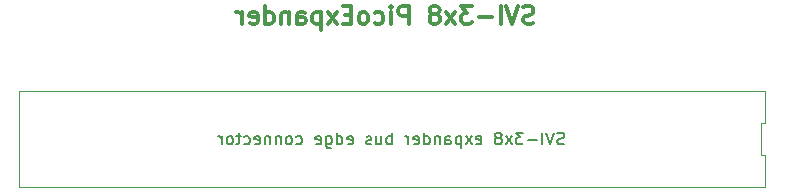
<source format=gbr>
%TF.GenerationSoftware,KiCad,Pcbnew,9.0.1*%
%TF.CreationDate,2025-08-04T14:53:59+03:00*%
%TF.ProjectId,SVI-3x8-PicoExpander,5356492d-3378-4382-9d50-69636f457870,1.1*%
%TF.SameCoordinates,Original*%
%TF.FileFunction,Legend,Bot*%
%TF.FilePolarity,Positive*%
%FSLAX46Y46*%
G04 Gerber Fmt 4.6, Leading zero omitted, Abs format (unit mm)*
G04 Created by KiCad (PCBNEW 9.0.1) date 2025-08-04 14:53:59*
%MOMM*%
%LPD*%
G01*
G04 APERTURE LIST*
%ADD10C,0.300000*%
%ADD11C,0.150000*%
%ADD12C,0.120000*%
G04 APERTURE END LIST*
D10*
X162499999Y-117729400D02*
X162285714Y-117800828D01*
X162285714Y-117800828D02*
X161928571Y-117800828D01*
X161928571Y-117800828D02*
X161785714Y-117729400D01*
X161785714Y-117729400D02*
X161714285Y-117657971D01*
X161714285Y-117657971D02*
X161642856Y-117515114D01*
X161642856Y-117515114D02*
X161642856Y-117372257D01*
X161642856Y-117372257D02*
X161714285Y-117229400D01*
X161714285Y-117229400D02*
X161785714Y-117157971D01*
X161785714Y-117157971D02*
X161928571Y-117086542D01*
X161928571Y-117086542D02*
X162214285Y-117015114D01*
X162214285Y-117015114D02*
X162357142Y-116943685D01*
X162357142Y-116943685D02*
X162428571Y-116872257D01*
X162428571Y-116872257D02*
X162499999Y-116729400D01*
X162499999Y-116729400D02*
X162499999Y-116586542D01*
X162499999Y-116586542D02*
X162428571Y-116443685D01*
X162428571Y-116443685D02*
X162357142Y-116372257D01*
X162357142Y-116372257D02*
X162214285Y-116300828D01*
X162214285Y-116300828D02*
X161857142Y-116300828D01*
X161857142Y-116300828D02*
X161642856Y-116372257D01*
X161214285Y-116300828D02*
X160714285Y-117800828D01*
X160714285Y-117800828D02*
X160214285Y-116300828D01*
X159714286Y-117800828D02*
X159714286Y-116300828D01*
X159000000Y-117229400D02*
X157857143Y-117229400D01*
X157285714Y-116300828D02*
X156357142Y-116300828D01*
X156357142Y-116300828D02*
X156857142Y-116872257D01*
X156857142Y-116872257D02*
X156642857Y-116872257D01*
X156642857Y-116872257D02*
X156500000Y-116943685D01*
X156500000Y-116943685D02*
X156428571Y-117015114D01*
X156428571Y-117015114D02*
X156357142Y-117157971D01*
X156357142Y-117157971D02*
X156357142Y-117515114D01*
X156357142Y-117515114D02*
X156428571Y-117657971D01*
X156428571Y-117657971D02*
X156500000Y-117729400D01*
X156500000Y-117729400D02*
X156642857Y-117800828D01*
X156642857Y-117800828D02*
X157071428Y-117800828D01*
X157071428Y-117800828D02*
X157214285Y-117729400D01*
X157214285Y-117729400D02*
X157285714Y-117657971D01*
X155857143Y-117800828D02*
X155071429Y-116800828D01*
X155857143Y-116800828D02*
X155071429Y-117800828D01*
X154285714Y-116943685D02*
X154428571Y-116872257D01*
X154428571Y-116872257D02*
X154500000Y-116800828D01*
X154500000Y-116800828D02*
X154571428Y-116657971D01*
X154571428Y-116657971D02*
X154571428Y-116586542D01*
X154571428Y-116586542D02*
X154500000Y-116443685D01*
X154500000Y-116443685D02*
X154428571Y-116372257D01*
X154428571Y-116372257D02*
X154285714Y-116300828D01*
X154285714Y-116300828D02*
X154000000Y-116300828D01*
X154000000Y-116300828D02*
X153857143Y-116372257D01*
X153857143Y-116372257D02*
X153785714Y-116443685D01*
X153785714Y-116443685D02*
X153714285Y-116586542D01*
X153714285Y-116586542D02*
X153714285Y-116657971D01*
X153714285Y-116657971D02*
X153785714Y-116800828D01*
X153785714Y-116800828D02*
X153857143Y-116872257D01*
X153857143Y-116872257D02*
X154000000Y-116943685D01*
X154000000Y-116943685D02*
X154285714Y-116943685D01*
X154285714Y-116943685D02*
X154428571Y-117015114D01*
X154428571Y-117015114D02*
X154500000Y-117086542D01*
X154500000Y-117086542D02*
X154571428Y-117229400D01*
X154571428Y-117229400D02*
X154571428Y-117515114D01*
X154571428Y-117515114D02*
X154500000Y-117657971D01*
X154500000Y-117657971D02*
X154428571Y-117729400D01*
X154428571Y-117729400D02*
X154285714Y-117800828D01*
X154285714Y-117800828D02*
X154000000Y-117800828D01*
X154000000Y-117800828D02*
X153857143Y-117729400D01*
X153857143Y-117729400D02*
X153785714Y-117657971D01*
X153785714Y-117657971D02*
X153714285Y-117515114D01*
X153714285Y-117515114D02*
X153714285Y-117229400D01*
X153714285Y-117229400D02*
X153785714Y-117086542D01*
X153785714Y-117086542D02*
X153857143Y-117015114D01*
X153857143Y-117015114D02*
X154000000Y-116943685D01*
X151928572Y-117800828D02*
X151928572Y-116300828D01*
X151928572Y-116300828D02*
X151357143Y-116300828D01*
X151357143Y-116300828D02*
X151214286Y-116372257D01*
X151214286Y-116372257D02*
X151142857Y-116443685D01*
X151142857Y-116443685D02*
X151071429Y-116586542D01*
X151071429Y-116586542D02*
X151071429Y-116800828D01*
X151071429Y-116800828D02*
X151142857Y-116943685D01*
X151142857Y-116943685D02*
X151214286Y-117015114D01*
X151214286Y-117015114D02*
X151357143Y-117086542D01*
X151357143Y-117086542D02*
X151928572Y-117086542D01*
X150428572Y-117800828D02*
X150428572Y-116800828D01*
X150428572Y-116300828D02*
X150500000Y-116372257D01*
X150500000Y-116372257D02*
X150428572Y-116443685D01*
X150428572Y-116443685D02*
X150357143Y-116372257D01*
X150357143Y-116372257D02*
X150428572Y-116300828D01*
X150428572Y-116300828D02*
X150428572Y-116443685D01*
X149071429Y-117729400D02*
X149214286Y-117800828D01*
X149214286Y-117800828D02*
X149500000Y-117800828D01*
X149500000Y-117800828D02*
X149642857Y-117729400D01*
X149642857Y-117729400D02*
X149714286Y-117657971D01*
X149714286Y-117657971D02*
X149785714Y-117515114D01*
X149785714Y-117515114D02*
X149785714Y-117086542D01*
X149785714Y-117086542D02*
X149714286Y-116943685D01*
X149714286Y-116943685D02*
X149642857Y-116872257D01*
X149642857Y-116872257D02*
X149500000Y-116800828D01*
X149500000Y-116800828D02*
X149214286Y-116800828D01*
X149214286Y-116800828D02*
X149071429Y-116872257D01*
X148214286Y-117800828D02*
X148357143Y-117729400D01*
X148357143Y-117729400D02*
X148428572Y-117657971D01*
X148428572Y-117657971D02*
X148500000Y-117515114D01*
X148500000Y-117515114D02*
X148500000Y-117086542D01*
X148500000Y-117086542D02*
X148428572Y-116943685D01*
X148428572Y-116943685D02*
X148357143Y-116872257D01*
X148357143Y-116872257D02*
X148214286Y-116800828D01*
X148214286Y-116800828D02*
X148000000Y-116800828D01*
X148000000Y-116800828D02*
X147857143Y-116872257D01*
X147857143Y-116872257D02*
X147785715Y-116943685D01*
X147785715Y-116943685D02*
X147714286Y-117086542D01*
X147714286Y-117086542D02*
X147714286Y-117515114D01*
X147714286Y-117515114D02*
X147785715Y-117657971D01*
X147785715Y-117657971D02*
X147857143Y-117729400D01*
X147857143Y-117729400D02*
X148000000Y-117800828D01*
X148000000Y-117800828D02*
X148214286Y-117800828D01*
X147071429Y-117015114D02*
X146571429Y-117015114D01*
X146357143Y-117800828D02*
X147071429Y-117800828D01*
X147071429Y-117800828D02*
X147071429Y-116300828D01*
X147071429Y-116300828D02*
X146357143Y-116300828D01*
X145857143Y-117800828D02*
X145071429Y-116800828D01*
X145857143Y-116800828D02*
X145071429Y-117800828D01*
X144500000Y-116800828D02*
X144500000Y-118300828D01*
X144500000Y-116872257D02*
X144357143Y-116800828D01*
X144357143Y-116800828D02*
X144071428Y-116800828D01*
X144071428Y-116800828D02*
X143928571Y-116872257D01*
X143928571Y-116872257D02*
X143857143Y-116943685D01*
X143857143Y-116943685D02*
X143785714Y-117086542D01*
X143785714Y-117086542D02*
X143785714Y-117515114D01*
X143785714Y-117515114D02*
X143857143Y-117657971D01*
X143857143Y-117657971D02*
X143928571Y-117729400D01*
X143928571Y-117729400D02*
X144071428Y-117800828D01*
X144071428Y-117800828D02*
X144357143Y-117800828D01*
X144357143Y-117800828D02*
X144500000Y-117729400D01*
X142500000Y-117800828D02*
X142500000Y-117015114D01*
X142500000Y-117015114D02*
X142571428Y-116872257D01*
X142571428Y-116872257D02*
X142714285Y-116800828D01*
X142714285Y-116800828D02*
X143000000Y-116800828D01*
X143000000Y-116800828D02*
X143142857Y-116872257D01*
X142500000Y-117729400D02*
X142642857Y-117800828D01*
X142642857Y-117800828D02*
X143000000Y-117800828D01*
X143000000Y-117800828D02*
X143142857Y-117729400D01*
X143142857Y-117729400D02*
X143214285Y-117586542D01*
X143214285Y-117586542D02*
X143214285Y-117443685D01*
X143214285Y-117443685D02*
X143142857Y-117300828D01*
X143142857Y-117300828D02*
X143000000Y-117229400D01*
X143000000Y-117229400D02*
X142642857Y-117229400D01*
X142642857Y-117229400D02*
X142500000Y-117157971D01*
X141785714Y-116800828D02*
X141785714Y-117800828D01*
X141785714Y-116943685D02*
X141714285Y-116872257D01*
X141714285Y-116872257D02*
X141571428Y-116800828D01*
X141571428Y-116800828D02*
X141357142Y-116800828D01*
X141357142Y-116800828D02*
X141214285Y-116872257D01*
X141214285Y-116872257D02*
X141142857Y-117015114D01*
X141142857Y-117015114D02*
X141142857Y-117800828D01*
X139785714Y-117800828D02*
X139785714Y-116300828D01*
X139785714Y-117729400D02*
X139928571Y-117800828D01*
X139928571Y-117800828D02*
X140214285Y-117800828D01*
X140214285Y-117800828D02*
X140357142Y-117729400D01*
X140357142Y-117729400D02*
X140428571Y-117657971D01*
X140428571Y-117657971D02*
X140499999Y-117515114D01*
X140499999Y-117515114D02*
X140499999Y-117086542D01*
X140499999Y-117086542D02*
X140428571Y-116943685D01*
X140428571Y-116943685D02*
X140357142Y-116872257D01*
X140357142Y-116872257D02*
X140214285Y-116800828D01*
X140214285Y-116800828D02*
X139928571Y-116800828D01*
X139928571Y-116800828D02*
X139785714Y-116872257D01*
X138499999Y-117729400D02*
X138642856Y-117800828D01*
X138642856Y-117800828D02*
X138928571Y-117800828D01*
X138928571Y-117800828D02*
X139071428Y-117729400D01*
X139071428Y-117729400D02*
X139142856Y-117586542D01*
X139142856Y-117586542D02*
X139142856Y-117015114D01*
X139142856Y-117015114D02*
X139071428Y-116872257D01*
X139071428Y-116872257D02*
X138928571Y-116800828D01*
X138928571Y-116800828D02*
X138642856Y-116800828D01*
X138642856Y-116800828D02*
X138499999Y-116872257D01*
X138499999Y-116872257D02*
X138428571Y-117015114D01*
X138428571Y-117015114D02*
X138428571Y-117157971D01*
X138428571Y-117157971D02*
X139142856Y-117300828D01*
X137785714Y-117800828D02*
X137785714Y-116800828D01*
X137785714Y-117086542D02*
X137714285Y-116943685D01*
X137714285Y-116943685D02*
X137642857Y-116872257D01*
X137642857Y-116872257D02*
X137499999Y-116800828D01*
X137499999Y-116800828D02*
X137357142Y-116800828D01*
D11*
X165095239Y-127947200D02*
X164952382Y-127994819D01*
X164952382Y-127994819D02*
X164714287Y-127994819D01*
X164714287Y-127994819D02*
X164619049Y-127947200D01*
X164619049Y-127947200D02*
X164571430Y-127899580D01*
X164571430Y-127899580D02*
X164523811Y-127804342D01*
X164523811Y-127804342D02*
X164523811Y-127709104D01*
X164523811Y-127709104D02*
X164571430Y-127613866D01*
X164571430Y-127613866D02*
X164619049Y-127566247D01*
X164619049Y-127566247D02*
X164714287Y-127518628D01*
X164714287Y-127518628D02*
X164904763Y-127471009D01*
X164904763Y-127471009D02*
X165000001Y-127423390D01*
X165000001Y-127423390D02*
X165047620Y-127375771D01*
X165047620Y-127375771D02*
X165095239Y-127280533D01*
X165095239Y-127280533D02*
X165095239Y-127185295D01*
X165095239Y-127185295D02*
X165047620Y-127090057D01*
X165047620Y-127090057D02*
X165000001Y-127042438D01*
X165000001Y-127042438D02*
X164904763Y-126994819D01*
X164904763Y-126994819D02*
X164666668Y-126994819D01*
X164666668Y-126994819D02*
X164523811Y-127042438D01*
X164238096Y-126994819D02*
X163904763Y-127994819D01*
X163904763Y-127994819D02*
X163571430Y-126994819D01*
X163238096Y-127994819D02*
X163238096Y-126994819D01*
X162761906Y-127613866D02*
X162000002Y-127613866D01*
X161619049Y-126994819D02*
X161000002Y-126994819D01*
X161000002Y-126994819D02*
X161333335Y-127375771D01*
X161333335Y-127375771D02*
X161190478Y-127375771D01*
X161190478Y-127375771D02*
X161095240Y-127423390D01*
X161095240Y-127423390D02*
X161047621Y-127471009D01*
X161047621Y-127471009D02*
X161000002Y-127566247D01*
X161000002Y-127566247D02*
X161000002Y-127804342D01*
X161000002Y-127804342D02*
X161047621Y-127899580D01*
X161047621Y-127899580D02*
X161095240Y-127947200D01*
X161095240Y-127947200D02*
X161190478Y-127994819D01*
X161190478Y-127994819D02*
X161476192Y-127994819D01*
X161476192Y-127994819D02*
X161571430Y-127947200D01*
X161571430Y-127947200D02*
X161619049Y-127899580D01*
X160666668Y-127994819D02*
X160142859Y-127328152D01*
X160666668Y-127328152D02*
X160142859Y-127994819D01*
X159619049Y-127423390D02*
X159714287Y-127375771D01*
X159714287Y-127375771D02*
X159761906Y-127328152D01*
X159761906Y-127328152D02*
X159809525Y-127232914D01*
X159809525Y-127232914D02*
X159809525Y-127185295D01*
X159809525Y-127185295D02*
X159761906Y-127090057D01*
X159761906Y-127090057D02*
X159714287Y-127042438D01*
X159714287Y-127042438D02*
X159619049Y-126994819D01*
X159619049Y-126994819D02*
X159428573Y-126994819D01*
X159428573Y-126994819D02*
X159333335Y-127042438D01*
X159333335Y-127042438D02*
X159285716Y-127090057D01*
X159285716Y-127090057D02*
X159238097Y-127185295D01*
X159238097Y-127185295D02*
X159238097Y-127232914D01*
X159238097Y-127232914D02*
X159285716Y-127328152D01*
X159285716Y-127328152D02*
X159333335Y-127375771D01*
X159333335Y-127375771D02*
X159428573Y-127423390D01*
X159428573Y-127423390D02*
X159619049Y-127423390D01*
X159619049Y-127423390D02*
X159714287Y-127471009D01*
X159714287Y-127471009D02*
X159761906Y-127518628D01*
X159761906Y-127518628D02*
X159809525Y-127613866D01*
X159809525Y-127613866D02*
X159809525Y-127804342D01*
X159809525Y-127804342D02*
X159761906Y-127899580D01*
X159761906Y-127899580D02*
X159714287Y-127947200D01*
X159714287Y-127947200D02*
X159619049Y-127994819D01*
X159619049Y-127994819D02*
X159428573Y-127994819D01*
X159428573Y-127994819D02*
X159333335Y-127947200D01*
X159333335Y-127947200D02*
X159285716Y-127899580D01*
X159285716Y-127899580D02*
X159238097Y-127804342D01*
X159238097Y-127804342D02*
X159238097Y-127613866D01*
X159238097Y-127613866D02*
X159285716Y-127518628D01*
X159285716Y-127518628D02*
X159333335Y-127471009D01*
X159333335Y-127471009D02*
X159428573Y-127423390D01*
X157666668Y-127947200D02*
X157761906Y-127994819D01*
X157761906Y-127994819D02*
X157952382Y-127994819D01*
X157952382Y-127994819D02*
X158047620Y-127947200D01*
X158047620Y-127947200D02*
X158095239Y-127851961D01*
X158095239Y-127851961D02*
X158095239Y-127471009D01*
X158095239Y-127471009D02*
X158047620Y-127375771D01*
X158047620Y-127375771D02*
X157952382Y-127328152D01*
X157952382Y-127328152D02*
X157761906Y-127328152D01*
X157761906Y-127328152D02*
X157666668Y-127375771D01*
X157666668Y-127375771D02*
X157619049Y-127471009D01*
X157619049Y-127471009D02*
X157619049Y-127566247D01*
X157619049Y-127566247D02*
X158095239Y-127661485D01*
X157285715Y-127994819D02*
X156761906Y-127328152D01*
X157285715Y-127328152D02*
X156761906Y-127994819D01*
X156380953Y-127328152D02*
X156380953Y-128328152D01*
X156380953Y-127375771D02*
X156285715Y-127328152D01*
X156285715Y-127328152D02*
X156095239Y-127328152D01*
X156095239Y-127328152D02*
X156000001Y-127375771D01*
X156000001Y-127375771D02*
X155952382Y-127423390D01*
X155952382Y-127423390D02*
X155904763Y-127518628D01*
X155904763Y-127518628D02*
X155904763Y-127804342D01*
X155904763Y-127804342D02*
X155952382Y-127899580D01*
X155952382Y-127899580D02*
X156000001Y-127947200D01*
X156000001Y-127947200D02*
X156095239Y-127994819D01*
X156095239Y-127994819D02*
X156285715Y-127994819D01*
X156285715Y-127994819D02*
X156380953Y-127947200D01*
X155047620Y-127994819D02*
X155047620Y-127471009D01*
X155047620Y-127471009D02*
X155095239Y-127375771D01*
X155095239Y-127375771D02*
X155190477Y-127328152D01*
X155190477Y-127328152D02*
X155380953Y-127328152D01*
X155380953Y-127328152D02*
X155476191Y-127375771D01*
X155047620Y-127947200D02*
X155142858Y-127994819D01*
X155142858Y-127994819D02*
X155380953Y-127994819D01*
X155380953Y-127994819D02*
X155476191Y-127947200D01*
X155476191Y-127947200D02*
X155523810Y-127851961D01*
X155523810Y-127851961D02*
X155523810Y-127756723D01*
X155523810Y-127756723D02*
X155476191Y-127661485D01*
X155476191Y-127661485D02*
X155380953Y-127613866D01*
X155380953Y-127613866D02*
X155142858Y-127613866D01*
X155142858Y-127613866D02*
X155047620Y-127566247D01*
X154571429Y-127328152D02*
X154571429Y-127994819D01*
X154571429Y-127423390D02*
X154523810Y-127375771D01*
X154523810Y-127375771D02*
X154428572Y-127328152D01*
X154428572Y-127328152D02*
X154285715Y-127328152D01*
X154285715Y-127328152D02*
X154190477Y-127375771D01*
X154190477Y-127375771D02*
X154142858Y-127471009D01*
X154142858Y-127471009D02*
X154142858Y-127994819D01*
X153238096Y-127994819D02*
X153238096Y-126994819D01*
X153238096Y-127947200D02*
X153333334Y-127994819D01*
X153333334Y-127994819D02*
X153523810Y-127994819D01*
X153523810Y-127994819D02*
X153619048Y-127947200D01*
X153619048Y-127947200D02*
X153666667Y-127899580D01*
X153666667Y-127899580D02*
X153714286Y-127804342D01*
X153714286Y-127804342D02*
X153714286Y-127518628D01*
X153714286Y-127518628D02*
X153666667Y-127423390D01*
X153666667Y-127423390D02*
X153619048Y-127375771D01*
X153619048Y-127375771D02*
X153523810Y-127328152D01*
X153523810Y-127328152D02*
X153333334Y-127328152D01*
X153333334Y-127328152D02*
X153238096Y-127375771D01*
X152380953Y-127947200D02*
X152476191Y-127994819D01*
X152476191Y-127994819D02*
X152666667Y-127994819D01*
X152666667Y-127994819D02*
X152761905Y-127947200D01*
X152761905Y-127947200D02*
X152809524Y-127851961D01*
X152809524Y-127851961D02*
X152809524Y-127471009D01*
X152809524Y-127471009D02*
X152761905Y-127375771D01*
X152761905Y-127375771D02*
X152666667Y-127328152D01*
X152666667Y-127328152D02*
X152476191Y-127328152D01*
X152476191Y-127328152D02*
X152380953Y-127375771D01*
X152380953Y-127375771D02*
X152333334Y-127471009D01*
X152333334Y-127471009D02*
X152333334Y-127566247D01*
X152333334Y-127566247D02*
X152809524Y-127661485D01*
X151904762Y-127994819D02*
X151904762Y-127328152D01*
X151904762Y-127518628D02*
X151857143Y-127423390D01*
X151857143Y-127423390D02*
X151809524Y-127375771D01*
X151809524Y-127375771D02*
X151714286Y-127328152D01*
X151714286Y-127328152D02*
X151619048Y-127328152D01*
X150523809Y-127994819D02*
X150523809Y-126994819D01*
X150523809Y-127375771D02*
X150428571Y-127328152D01*
X150428571Y-127328152D02*
X150238095Y-127328152D01*
X150238095Y-127328152D02*
X150142857Y-127375771D01*
X150142857Y-127375771D02*
X150095238Y-127423390D01*
X150095238Y-127423390D02*
X150047619Y-127518628D01*
X150047619Y-127518628D02*
X150047619Y-127804342D01*
X150047619Y-127804342D02*
X150095238Y-127899580D01*
X150095238Y-127899580D02*
X150142857Y-127947200D01*
X150142857Y-127947200D02*
X150238095Y-127994819D01*
X150238095Y-127994819D02*
X150428571Y-127994819D01*
X150428571Y-127994819D02*
X150523809Y-127947200D01*
X149190476Y-127328152D02*
X149190476Y-127994819D01*
X149619047Y-127328152D02*
X149619047Y-127851961D01*
X149619047Y-127851961D02*
X149571428Y-127947200D01*
X149571428Y-127947200D02*
X149476190Y-127994819D01*
X149476190Y-127994819D02*
X149333333Y-127994819D01*
X149333333Y-127994819D02*
X149238095Y-127947200D01*
X149238095Y-127947200D02*
X149190476Y-127899580D01*
X148761904Y-127947200D02*
X148666666Y-127994819D01*
X148666666Y-127994819D02*
X148476190Y-127994819D01*
X148476190Y-127994819D02*
X148380952Y-127947200D01*
X148380952Y-127947200D02*
X148333333Y-127851961D01*
X148333333Y-127851961D02*
X148333333Y-127804342D01*
X148333333Y-127804342D02*
X148380952Y-127709104D01*
X148380952Y-127709104D02*
X148476190Y-127661485D01*
X148476190Y-127661485D02*
X148619047Y-127661485D01*
X148619047Y-127661485D02*
X148714285Y-127613866D01*
X148714285Y-127613866D02*
X148761904Y-127518628D01*
X148761904Y-127518628D02*
X148761904Y-127471009D01*
X148761904Y-127471009D02*
X148714285Y-127375771D01*
X148714285Y-127375771D02*
X148619047Y-127328152D01*
X148619047Y-127328152D02*
X148476190Y-127328152D01*
X148476190Y-127328152D02*
X148380952Y-127375771D01*
X146761904Y-127947200D02*
X146857142Y-127994819D01*
X146857142Y-127994819D02*
X147047618Y-127994819D01*
X147047618Y-127994819D02*
X147142856Y-127947200D01*
X147142856Y-127947200D02*
X147190475Y-127851961D01*
X147190475Y-127851961D02*
X147190475Y-127471009D01*
X147190475Y-127471009D02*
X147142856Y-127375771D01*
X147142856Y-127375771D02*
X147047618Y-127328152D01*
X147047618Y-127328152D02*
X146857142Y-127328152D01*
X146857142Y-127328152D02*
X146761904Y-127375771D01*
X146761904Y-127375771D02*
X146714285Y-127471009D01*
X146714285Y-127471009D02*
X146714285Y-127566247D01*
X146714285Y-127566247D02*
X147190475Y-127661485D01*
X145857142Y-127994819D02*
X145857142Y-126994819D01*
X145857142Y-127947200D02*
X145952380Y-127994819D01*
X145952380Y-127994819D02*
X146142856Y-127994819D01*
X146142856Y-127994819D02*
X146238094Y-127947200D01*
X146238094Y-127947200D02*
X146285713Y-127899580D01*
X146285713Y-127899580D02*
X146333332Y-127804342D01*
X146333332Y-127804342D02*
X146333332Y-127518628D01*
X146333332Y-127518628D02*
X146285713Y-127423390D01*
X146285713Y-127423390D02*
X146238094Y-127375771D01*
X146238094Y-127375771D02*
X146142856Y-127328152D01*
X146142856Y-127328152D02*
X145952380Y-127328152D01*
X145952380Y-127328152D02*
X145857142Y-127375771D01*
X144952380Y-127328152D02*
X144952380Y-128137676D01*
X144952380Y-128137676D02*
X144999999Y-128232914D01*
X144999999Y-128232914D02*
X145047618Y-128280533D01*
X145047618Y-128280533D02*
X145142856Y-128328152D01*
X145142856Y-128328152D02*
X145285713Y-128328152D01*
X145285713Y-128328152D02*
X145380951Y-128280533D01*
X144952380Y-127947200D02*
X145047618Y-127994819D01*
X145047618Y-127994819D02*
X145238094Y-127994819D01*
X145238094Y-127994819D02*
X145333332Y-127947200D01*
X145333332Y-127947200D02*
X145380951Y-127899580D01*
X145380951Y-127899580D02*
X145428570Y-127804342D01*
X145428570Y-127804342D02*
X145428570Y-127518628D01*
X145428570Y-127518628D02*
X145380951Y-127423390D01*
X145380951Y-127423390D02*
X145333332Y-127375771D01*
X145333332Y-127375771D02*
X145238094Y-127328152D01*
X145238094Y-127328152D02*
X145047618Y-127328152D01*
X145047618Y-127328152D02*
X144952380Y-127375771D01*
X144095237Y-127947200D02*
X144190475Y-127994819D01*
X144190475Y-127994819D02*
X144380951Y-127994819D01*
X144380951Y-127994819D02*
X144476189Y-127947200D01*
X144476189Y-127947200D02*
X144523808Y-127851961D01*
X144523808Y-127851961D02*
X144523808Y-127471009D01*
X144523808Y-127471009D02*
X144476189Y-127375771D01*
X144476189Y-127375771D02*
X144380951Y-127328152D01*
X144380951Y-127328152D02*
X144190475Y-127328152D01*
X144190475Y-127328152D02*
X144095237Y-127375771D01*
X144095237Y-127375771D02*
X144047618Y-127471009D01*
X144047618Y-127471009D02*
X144047618Y-127566247D01*
X144047618Y-127566247D02*
X144523808Y-127661485D01*
X142428570Y-127947200D02*
X142523808Y-127994819D01*
X142523808Y-127994819D02*
X142714284Y-127994819D01*
X142714284Y-127994819D02*
X142809522Y-127947200D01*
X142809522Y-127947200D02*
X142857141Y-127899580D01*
X142857141Y-127899580D02*
X142904760Y-127804342D01*
X142904760Y-127804342D02*
X142904760Y-127518628D01*
X142904760Y-127518628D02*
X142857141Y-127423390D01*
X142857141Y-127423390D02*
X142809522Y-127375771D01*
X142809522Y-127375771D02*
X142714284Y-127328152D01*
X142714284Y-127328152D02*
X142523808Y-127328152D01*
X142523808Y-127328152D02*
X142428570Y-127375771D01*
X141857141Y-127994819D02*
X141952379Y-127947200D01*
X141952379Y-127947200D02*
X141999998Y-127899580D01*
X141999998Y-127899580D02*
X142047617Y-127804342D01*
X142047617Y-127804342D02*
X142047617Y-127518628D01*
X142047617Y-127518628D02*
X141999998Y-127423390D01*
X141999998Y-127423390D02*
X141952379Y-127375771D01*
X141952379Y-127375771D02*
X141857141Y-127328152D01*
X141857141Y-127328152D02*
X141714284Y-127328152D01*
X141714284Y-127328152D02*
X141619046Y-127375771D01*
X141619046Y-127375771D02*
X141571427Y-127423390D01*
X141571427Y-127423390D02*
X141523808Y-127518628D01*
X141523808Y-127518628D02*
X141523808Y-127804342D01*
X141523808Y-127804342D02*
X141571427Y-127899580D01*
X141571427Y-127899580D02*
X141619046Y-127947200D01*
X141619046Y-127947200D02*
X141714284Y-127994819D01*
X141714284Y-127994819D02*
X141857141Y-127994819D01*
X141095236Y-127328152D02*
X141095236Y-127994819D01*
X141095236Y-127423390D02*
X141047617Y-127375771D01*
X141047617Y-127375771D02*
X140952379Y-127328152D01*
X140952379Y-127328152D02*
X140809522Y-127328152D01*
X140809522Y-127328152D02*
X140714284Y-127375771D01*
X140714284Y-127375771D02*
X140666665Y-127471009D01*
X140666665Y-127471009D02*
X140666665Y-127994819D01*
X140190474Y-127328152D02*
X140190474Y-127994819D01*
X140190474Y-127423390D02*
X140142855Y-127375771D01*
X140142855Y-127375771D02*
X140047617Y-127328152D01*
X140047617Y-127328152D02*
X139904760Y-127328152D01*
X139904760Y-127328152D02*
X139809522Y-127375771D01*
X139809522Y-127375771D02*
X139761903Y-127471009D01*
X139761903Y-127471009D02*
X139761903Y-127994819D01*
X138904760Y-127947200D02*
X138999998Y-127994819D01*
X138999998Y-127994819D02*
X139190474Y-127994819D01*
X139190474Y-127994819D02*
X139285712Y-127947200D01*
X139285712Y-127947200D02*
X139333331Y-127851961D01*
X139333331Y-127851961D02*
X139333331Y-127471009D01*
X139333331Y-127471009D02*
X139285712Y-127375771D01*
X139285712Y-127375771D02*
X139190474Y-127328152D01*
X139190474Y-127328152D02*
X138999998Y-127328152D01*
X138999998Y-127328152D02*
X138904760Y-127375771D01*
X138904760Y-127375771D02*
X138857141Y-127471009D01*
X138857141Y-127471009D02*
X138857141Y-127566247D01*
X138857141Y-127566247D02*
X139333331Y-127661485D01*
X137999998Y-127947200D02*
X138095236Y-127994819D01*
X138095236Y-127994819D02*
X138285712Y-127994819D01*
X138285712Y-127994819D02*
X138380950Y-127947200D01*
X138380950Y-127947200D02*
X138428569Y-127899580D01*
X138428569Y-127899580D02*
X138476188Y-127804342D01*
X138476188Y-127804342D02*
X138476188Y-127518628D01*
X138476188Y-127518628D02*
X138428569Y-127423390D01*
X138428569Y-127423390D02*
X138380950Y-127375771D01*
X138380950Y-127375771D02*
X138285712Y-127328152D01*
X138285712Y-127328152D02*
X138095236Y-127328152D01*
X138095236Y-127328152D02*
X137999998Y-127375771D01*
X137714283Y-127328152D02*
X137333331Y-127328152D01*
X137571426Y-126994819D02*
X137571426Y-127851961D01*
X137571426Y-127851961D02*
X137523807Y-127947200D01*
X137523807Y-127947200D02*
X137428569Y-127994819D01*
X137428569Y-127994819D02*
X137333331Y-127994819D01*
X136857140Y-127994819D02*
X136952378Y-127947200D01*
X136952378Y-127947200D02*
X136999997Y-127899580D01*
X136999997Y-127899580D02*
X137047616Y-127804342D01*
X137047616Y-127804342D02*
X137047616Y-127518628D01*
X137047616Y-127518628D02*
X136999997Y-127423390D01*
X136999997Y-127423390D02*
X136952378Y-127375771D01*
X136952378Y-127375771D02*
X136857140Y-127328152D01*
X136857140Y-127328152D02*
X136714283Y-127328152D01*
X136714283Y-127328152D02*
X136619045Y-127375771D01*
X136619045Y-127375771D02*
X136571426Y-127423390D01*
X136571426Y-127423390D02*
X136523807Y-127518628D01*
X136523807Y-127518628D02*
X136523807Y-127804342D01*
X136523807Y-127804342D02*
X136571426Y-127899580D01*
X136571426Y-127899580D02*
X136619045Y-127947200D01*
X136619045Y-127947200D02*
X136714283Y-127994819D01*
X136714283Y-127994819D02*
X136857140Y-127994819D01*
X136095235Y-127994819D02*
X136095235Y-127328152D01*
X136095235Y-127518628D02*
X136047616Y-127423390D01*
X136047616Y-127423390D02*
X135999997Y-127375771D01*
X135999997Y-127375771D02*
X135904759Y-127328152D01*
X135904759Y-127328152D02*
X135809521Y-127328152D01*
D12*
%TO.C,J1*%
X118980000Y-123500001D02*
X182140000Y-123500000D01*
X118980000Y-131580000D02*
X118980000Y-123500001D01*
X181780000Y-126193334D02*
X181780000Y-128886666D01*
X181780000Y-128886666D02*
X182140000Y-128886666D01*
X182140000Y-123500000D02*
X182140000Y-126193334D01*
X182140000Y-126193334D02*
X181780000Y-126193334D01*
X182140000Y-128886666D02*
X182140000Y-131579999D01*
X182140000Y-131579999D02*
X118980000Y-131580000D01*
%TD*%
M02*

</source>
